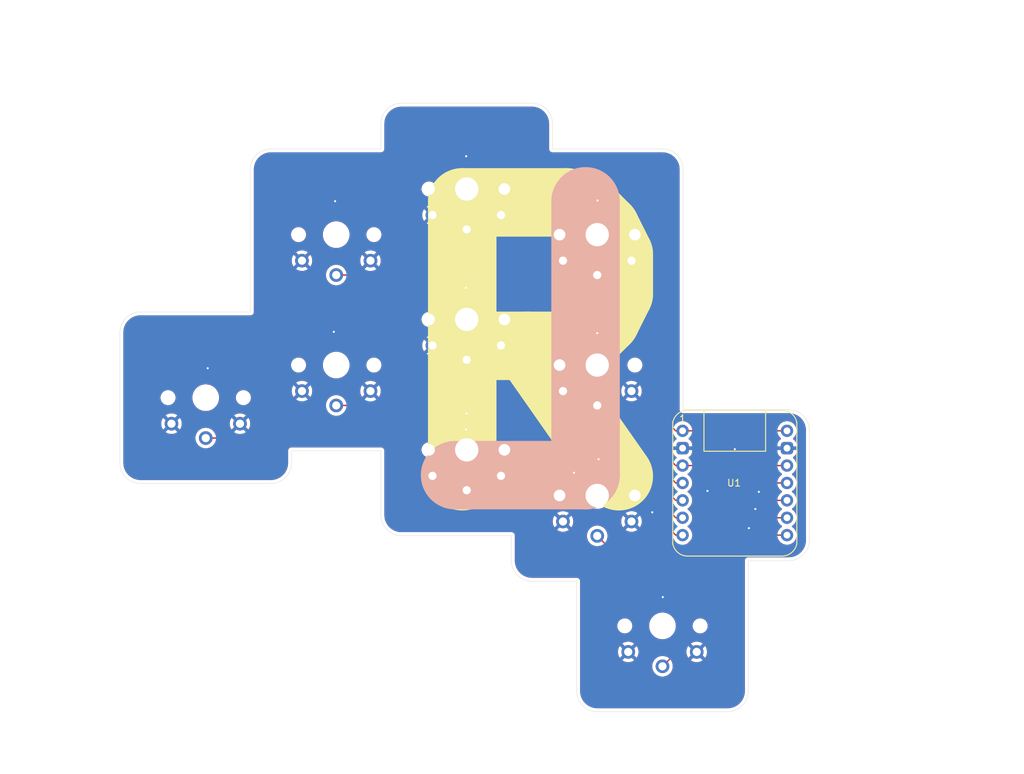
<source format=kicad_pcb>
(kicad_pcb (version 20241229) (generator "pcbnew") (generator_version "9.0")
  (layers (0 "F.Cu" signal) (2 "B.Cu" signal) (13 "F.Paste" user) (15 "B.Paste" user) (5 "F.SilkS" user "F.Silkscreen") (7 "B.SilkS" user "B.Silkscreen") (1 "F.Mask" user) (3 "B.Mask" user) (25 "Edge.Cuts" user))
  (net 0 "")
  (net 1 "GND")
  (net 2 "1")
  (net 3 "2")
  (net 4 "3")
  (net 5 "4")
  (net 6 "5")
  (net 7 "6")
  (net 8 "7")
  (net 9 "8")
  (net 10 "9")
  (net 11 "10")
  (footprint "marbastlib-xp-choc:SW_choc_Reversible_1u" (layer "F.Cu") (at 105.650638 89.43556)
    (property "Reference" "CH9" (hide yes))
    (property "Value" "choc_v1_SW_solder")
    (pad "" np_thru_hole circle (at -5.5 0 180) (size 1.7 1.7) (drill 1.7) (layers "*.Cu" "*.Mask"))
    (pad "" np_thru_hole circle (at 0 0 180) (size 3.4 3.4) (drill 3.4) (layers "*.Cu" "*.Mask"))
    (pad "" np_thru_hole circle (at 5.5 0 180) (size 1.7 1.7) (drill 1.7) (layers "*.Cu" "*.Mask"))
    (pad "1" thru_hole circle (at -5 3.8 180) (size 2 2) (drill 1.2) (layers "*.Cu" "*.Mask") (net 1 "GND"))
    (pad "1" thru_hole circle (at 5 3.8) (size 2 2) (drill 1.2) (layers "*.Cu" "*.Mask") (net 1 "GND"))
    (pad "2" thru_hole circle (at 0 5.9 180) (size 2 2) (drill 1.2) (layers "*.Cu" "*.Mask") (net 10 "9"))
  )
  (footprint "marbastlib-xp-choc:SW_choc_Reversible_1u" (layer "F.Cu") (at 86.600638 82.768061)
    (property "Reference" "CH8" (hide yes))
    (property "Value" "choc_v1_SW_solder")
    (pad "" np_thru_hole circle (at -5.5 0 180) (size 1.7 1.7) (drill 1.7) (layers "*.Cu" "*.Mask"))
    (pad "" np_thru_hole circle (at 0 0 180) (size 3.4 3.4) (drill 3.4) (layers "*.Cu" "*.Mask"))
    (pad "" np_thru_hole circle (at 5.5 0 180) (size 1.7 1.7) (drill 1.7) (layers "*.Cu" "*.Mask"))
    (pad "1" thru_hole circle (at -5 3.8 180) (size 2 2) (drill 1.2) (layers "*.Cu" "*.Mask") (net 1 "GND"))
    (pad "1" thru_hole circle (at 5 3.8) (size 2 2) (drill 1.2) (layers "*.Cu" "*.Mask") (net 1 "GND"))
    (pad "2" thru_hole circle (at 0 5.9 180) (size 2 2) (drill 1.2) (layers "*.Cu" "*.Mask") (net 9 "8"))
  )
  (footprint "marbastlib-xp-promicroish:Xiao_nRF52840_AH_Pogo_1" (layer "F.Cu") (at 125.730001 87.606251)
    (property "Reference" "U1" (at 0.989999 0 0) (layer "F.SilkS") (effects (justify right)))
    (property "Value" "Seeeduino Xiao nRF52840" (hide yes))
    (fp_line (start -9.055742 8.864239) (end -9.055742 -8.816738) (stroke (width 0.15)) (layer "F.SilkS"))
    (fp_line (start -6.890001 -10.63) (end 6.889999 -10.63) (stroke (width 0.15)) (layer "F.SilkS"))
    (fp_line (start -4.500881 -4.6355) (end -4.500881 -10.63) (stroke (width 0.15)) (layer "F.SilkS"))
    (fp_line (start 4.500879 -4.6355) (end -4.500881 -4.6355) (stroke (width 0.15)) (layer "F.SilkS"))
    (fp_line (start 4.500879 -4.6355) (end 4.500879 -10.63) (stroke (width 0.15)) (layer "F.SilkS"))
    (fp_line (start 6.889999 10.6775) (end -6.890001 10.6775) (stroke (width 0.15)) (layer "F.SilkS"))
    (fp_line (start 9.05574 -8.816738) (end 9.05574 8.864238) (stroke (width 0.15)) (layer "F.SilkS"))
    (fp_arc (start -9.055742 -8.816738) (mid -8.302299 -10.116834) (end -6.890001 -10.63) (stroke (width 0.15)) (layer "F.SilkS"))
    (fp_arc (start -6.89 10.6775) (mid -8.302299 10.164335) (end -9.055742 8.864239) (stroke (width 0.15)) (layer "F.SilkS"))
    (fp_arc (start 6.889999 -10.63) (mid 8.302298 -10.116835) (end 9.05574 -8.816738) (stroke (width 0.15)) (layer "F.SilkS"))
    (fp_arc (start 9.05574 8.864238) (mid 8.302298 10.164335) (end 6.889999 10.6775) (stroke (width 0.15)) (layer "F.SilkS"))
    (fp_text user "1" (at -7.62 -8.82 0) (layer "F.SilkS") (effects (justify bottom)))
    (pad "1" thru_hole circle (at -7.62 -7.62) (size 1.8 1.8) (drill 1) (layers "*.Cu" "*.Mask") (net 4 "3"))
    (pad "2" thru_hole roundrect (at -7.62 -5.08) (size 1.8 1.8) (drill 1) (layers "*.Cu" "*.Mask") (net 1 "GND"))
    (pad "3" thru_hole circle (at -7.62 -2.54) (size 1.8 1.8) (drill 1) (layers "*.Cu" "*.Mask") (net 2 "1"))
    (pad "4" thru_hole circle (at -7.62 0) (size 1.8 1.8) (drill 1) (layers "*.Cu" "*.Mask") (net 3 "2"))
    (pad "5" thru_hole circle (at -7.62 2.54) (size 1.8 1.8) (drill 1) (layers "*.Cu" "*.Mask") (net 7 "6"))
    (pad "6" thru_hole circle (at -7.62 5.08) (size 1.8 1.8) (drill 1) (layers "*.Cu" "*.Mask") (net 5 "4"))
    (pad "7" thru_hole circle (at -7.62 7.62) (size 1.8 1.8) (drill 1) (layers "*.Cu" "*.Mask") (net 6 "5"))
    (pad "8" thru_hole circle (at 7.62 -7.62 180) (size 1.8 1.8) (drill 1) (layers "*.Cu" "*.Mask") (net 4 "3"))
    (pad "9" thru_hole roundrect (at 7.62 -5.08 180) (size 1.8 1.8) (drill 1) (layers "*.Cu" "*.Mask") (net 1 "GND"))
    (pad "10" thru_hole circle (at 7.62 -2.54 180) (size 1.8 1.8) (drill 1) (layers "*.Cu" "*.Mask") (net 2 "1"))
    (pad "11" thru_hole circle (at 7.62 0 180) (size 1.8 1.8) (drill 1) (layers "*.Cu" "*.Mask") (net 8 "7"))
    (pad "12" thru_hole circle (at 7.62 2.54 180) (size 1.8 1.8) (drill 1) (layers "*.Cu" "*.Mask") (net 10 "9"))
    (pad "13" thru_hole circle (at 7.62 5.08) (size 1.8 1.8) (drill 1) (layers "*.Cu" "*.Mask") (net 9 "8"))
    (pad "14" thru_hole circle (at 7.62 7.62) (size 1.8 1.8) (drill 1) (layers "*.Cu" "*.Mask") (net 11 "10"))
  )
  (footprint "marbastlib-xp-choc:SW_choc_Reversible_1u" (layer "F.Cu") (at 115.175638 108.485561)
    (property "Reference" "CH10" (hide yes))
    (property "Value" "choc_v1_SW_solder")
    (pad "" np_thru_hole circle (at -5.5 0 180) (size 1.7 1.7) (drill 1.7) (layers "*.Cu" "*.Mask"))
    (pad "" np_thru_hole circle (at 0 0 180) (size 3.4 3.4) (drill 3.4) (layers "*.Cu" "*.Mask"))
    (pad "" np_thru_hole circle (at 5.5 0 180) (size 1.7 1.7) (drill 1.7) (layers "*.Cu" "*.Mask"))
    (pad "1" thru_hole circle (at -5 3.8 180) (size 2 2) (drill 1.2) (layers "*.Cu" "*.Mask") (net 1 "GND"))
    (pad "1" thru_hole circle (at 5 3.8) (size 2 2) (drill 1.2) (layers "*.Cu" "*.Mask") (net 1 "GND"))
    (pad "2" thru_hole circle (at 0 5.9 180) (size 2 2) (drill 1.2) (layers "*.Cu" "*.Mask") (net 11 "10"))
  )
  (footprint "marbastlib-xp-choc:SW_choc_Reversible_1u" (layer "F.Cu") (at 67.550638 70.385561)
    (property "Reference" "CH5" (hide yes))
    (property "Value" "choc_v1_SW_solder")
    (pad "" np_thru_hole circle (at -5.5 0 180) (size 1.7 1.7) (drill 1.7) (layers "*.Cu" "*.Mask"))
    (pad "" np_thru_hole circle (at 0 0 180) (size 3.4 3.4) (drill 3.4) (layers "*.Cu" "*.Mask"))
    (pad "" np_thru_hole circle (at 5.5 0 180) (size 1.7 1.7) (drill 1.7) (layers "*.Cu" "*.Mask"))
    (pad "1" thru_hole circle (at -5 3.8 180) (size 2 2) (drill 1.2) (layers "*.Cu" "*.Mask") (net 1 "GND"))
    (pad "1" thru_hole circle (at 5 3.8) (size 2 2) (drill 1.2) (layers "*.Cu" "*.Mask") (net 1 "GND"))
    (pad "2" thru_hole circle (at 0 5.9 180) (size 2 2) (drill 1.2) (layers "*.Cu" "*.Mask") (net 6 "5"))
  )
  (footprint "marbastlib-xp-choc:SW_choc_Reversible_1u" (layer "F.Cu") (at 67.550638 51.33556)
    (property "Reference" "CH2" (hide yes))
    (property "Value" "choc_v1_SW_solder")
    (pad "" np_thru_hole circle (at -5.5 0 180) (size 1.7 1.7) (drill 1.7) (layers "*.Cu" "*.Mask"))
    (pad "" np_thru_hole circle (at 0 0 180) (size 3.4 3.4) (drill 3.4) (layers "*.Cu" "*.Mask"))
    (pad "" np_thru_hole circle (at 5.5 0 180) (size 1.7 1.7) (drill 1.7) (layers "*.Cu" "*.Mask"))
    (pad "1" thru_hole circle (at -5 3.8 180) (size 2 2) (drill 1.2) (layers "*.Cu" "*.Mask") (net 1 "GND"))
    (pad "1" thru_hole circle (at 5 3.8) (size 2 2) (drill 1.2) (layers "*.Cu" "*.Mask") (net 1 "GND"))
    (pad "2" thru_hole circle (at 0 5.9 180) (size 2 2) (drill 1.2) (layers "*.Cu" "*.Mask") (net 3 "2"))
  )
  (footprint "marbastlib-xp-choc:SW_choc_Reversible_1u" (layer "F.Cu") (at 105.650639 70.385561)
    (property "Reference" "CH6" (hide yes))
    (property "Value" "choc_v1_SW_solder")
    (pad "" np_thru_hole circle (at -5.5 0 180) (size 1.7 1.7) (drill 1.7) (layers "*.Cu" "*.Mask"))
    (pad "" np_thru_hole circle (at 0 0 180) (size 3.4 3.4) (drill 3.4) (layers "*.Cu" "*.Mask"))
    (pad "" np_thru_hole circle (at 5.5 0 180) (size 1.7 1.7) (drill 1.7) (layers "*.Cu" "*.Mask"))
    (pad "1" thru_hole circle (at -5 3.8 180) (size 2 2) (drill 1.2) (layers "*.Cu" "*.Mask") (net 1 "GND"))
    (pad "1" thru_hole circle (at 5 3.8) (size 2 2) (drill 1.2) (layers "*.Cu" "*.Mask") (net 1 "GND"))
    (pad "2" thru_hole circle (at 0 5.9 180) (size 2 2) (drill 1.2) (layers "*.Cu" "*.Mask") (net 7 "6"))
  )
  (footprint "marbastlib-xp-choc:SW_choc_Reversible_1u" (layer "F.Cu") (at 105.650638 51.335561)
    (property "Reference" "CH3" (hide yes))
    (property "Value" "choc_v1_SW_solder")
    (pad "" np_thru_hole circle (at -5.5 0 180) (size 1.7 1.7) (drill 1.7) (layers "*.Cu" "*.Mask"))
    (pad "" np_thru_hole circle (at 0 0 180) (size 3.4 3.4) (drill 3.4) (layers "*.Cu" "*.Mask"))
    (pad "" np_thru_hole circle (at 5.5 0 180) (size 1.7 1.7) (drill 1.7) (layers "*.Cu" "*.Mask"))
    (pad "1" thru_hole circle (at -5 3.8 180) (size 2 2) (drill 1.2) (layers "*.Cu" "*.Mask") (net 1 "GND"))
    (pad "1" thru_hole circle (at 5 3.8) (size 2 2) (drill 1.2) (layers "*.Cu" "*.Mask") (net 1 "GND"))
    (pad "2" thru_hole circle (at 0 5.9 180) (size 2 2) (drill 1.2) (layers "*.Cu" "*.Mask") (net 4 "3"))
  )
  (footprint "marbastlib-xp-choc:SW_choc_Reversible_1u" (layer "F.Cu") (at 86.600638 63.718061)
    (property "Reference" "CH4" (hide yes))
    (property "Value" "choc_v1_SW_solder")
    (pad "" np_thru_hole circle (at -5.5 0 180) (size 1.7 1.7) (drill 1.7) (layers "*.Cu" "*.Mask"))
    (pad "" np_thru_hole circle (at 0 0 180) (size 3.4 3.4) (drill 3.4) (layers "*.Cu" "*.Mask"))
    (pad "" np_thru_hole circle (at 5.5 0 180) (size 1.7 1.7) (drill 1.7) (layers "*.Cu" "*.Mask"))
    (pad "1" thru_hole circle (at -5 3.8 180) (size 2 2) (drill 1.2) (layers "*.Cu" "*.Mask") (net 1 "GND"))
    (pad "1" thru_hole circle (at 5 3.8) (size 2 2) (drill 1.2) (layers "*.Cu" "*.Mask") (net 1 "GND"))
    (pad "2" thru_hole circle (at 0 5.9 180) (size 2 2) (drill 1.2) (layers "*.Cu" "*.Mask") (net 5 "4"))
  )
  (footprint "marbastlib-xp-choc:SW_choc_Reversible_1u" (layer "F.Cu") (at 48.500638 75.148061)
    (property "Reference" "CH7" (hide yes))
    (property "Value" "choc_v1_SW_solder")
    (pad "" np_thru_hole circle (at -5.5 0 180) (size 1.7 1.7) (drill 1.7) (layers "*.Cu" "*.Mask"))
    (pad "" np_thru_hole circle (at 0 0 180) (size 3.4 3.4) (drill 3.4) (layers "*.Cu" "*.Mask"))
    (pad "" np_thru_hole circle (at 5.5 0 180) (size 1.7 1.7) (drill 1.7) (layers "*.Cu" "*.Mask"))
    (pad "1" thru_hole circle (at -5 3.8 180) (size 2 2) (drill 1.2) (layers "*.Cu" "*.Mask") (net 1 "GND"))
    (pad "1" thru_hole circle (at 5 3.8) (size 2 2) (drill 1.2) (layers "*.Cu" "*.Mask") (net 1 "GND"))
    (pad "2" thru_hole circle (at 0 5.9 180) (size 2 2) (drill 1.2) (layers "*.Cu" "*.Mask") (net 8 "7"))
  )
  (footprint "marbastlib-xp-choc:SW_choc_Reversible_1u" (layer "F.Cu") (at 86.600638 44.668061)
    (property "Reference" "CH1" (hide yes))
    (property "Value" "choc_v1_SW_solder")
    (pad "" np_thru_hole circle (at -5.5 0 180) (size 1.7 1.7) (drill 1.7) (layers "*.Cu" "*.Mask"))
    (pad "" np_thru_hole circle (at 0 0 180) (size 3.4 3.4) (drill 3.4) (layers "*.Cu" "*.Mask"))
    (pad "" np_thru_hole circle (at 5.5 0 180) (size 1.7 1.7) (drill 1.7) (layers "*.Cu" "*.Mask"))
    (pad "1" thru_hole circle (at -5 3.8 180) (size 2 2) (drill 1.2) (layers "*.Cu" "*.Mask") (net 1 "GND"))
    (pad "1" thru_hole circle (at 5 3.8) (size 2 2) (drill 1.2) (layers "*.Cu" "*.Mask") (net 1 "GND"))
    (pad "2" thru_hole circle (at 0 5.9 180) (size 2 2) (drill 1.2) (layers "*.Cu" "*.Mask") (net 2 "1"))
  )
  (gr_arc (start 96.125638 101.96056) (mid 94.004318 101.08188) (end 93.125638 98.96056) (stroke (width 0.05)) (layer "Edge.Cuts"))
  (gr_line (start 99.125638 35.143061) (end 99.125638 38.810001) (stroke (width 0.05)) (layer "Edge.Cuts"))
  (gr_line (start 102.650638 101.96056) (end 102.650638 118.01056) (stroke (width 0.05)) (layer "Edge.Cuts"))
  (gr_arc (start 55.025638 41.81056) (mid 55.904318 39.68924) (end 58.025638 38.81056) (stroke (width 0.05)) (layer "Edge.Cuts"))
  (gr_line (start 55.025638 41.81056) (end 55.025638 62.623061) (stroke (width 0.05)) (layer "Edge.Cuts"))
  (gr_line (start 124.700638 121.010561) (end 105.650638 121.010561) (stroke (width 0.05)) (layer "Edge.Cuts"))
  (gr_arc (start 38.975638 87.673061) (mid 36.854318 86.794381) (end 35.975638 84.673061) (stroke (width 0.05)) (layer "Edge.Cuts"))
  (gr_line (start 93.125638 98.96056) (end 93.125638 95.293061) (stroke (width 0.05)) (layer "Edge.Cuts"))
  (gr_arc (start 74.075638 35.143061) (mid 74.954318 33.021741) (end 77.075638 32.143061) (stroke (width 0.05)) (layer "Edge.Cuts"))
  (gr_line (start 74.075638 35.14306) (end 74.075638 38.81056) (stroke (width 0.05)) (layer "Edge.Cuts"))
  (gr_line (start 58.02564 38.81056) (end 74.075638 38.81056) (stroke (width 0.05)) (layer "Edge.Cuts"))
  (gr_line (start 118.175638 41.810561) (end 118.175638 76.91) (stroke (width 0.05)) (layer "Edge.Cuts"))
  (gr_arc (start 127.700638 118.010561) (mid 126.821958 120.131881) (end 124.700638 121.010561) (stroke (width 0.05)) (layer "Edge.Cuts"))
  (gr_arc (start 35.975638 65.623061) (mid 36.854318 63.501741) (end 38.975638 62.623061) (stroke (width 0.05)) (layer "Edge.Cuts"))
  (gr_line (start 38.97564 62.623061) (end 55.025638 62.623061) (stroke (width 0.05)) (layer "Edge.Cuts"))
  (gr_line (start 115.175638 38.810001) (end 99.125638 38.810001) (stroke (width 0.05)) (layer "Edge.Cuts"))
  (gr_arc (start 61.025638 84.673061) (mid 60.146958 86.794381) (end 58.025638 87.673061) (stroke (width 0.05)) (layer "Edge.Cuts"))
  (gr_line (start 96.12564 101.96056) (end 102.650638 101.96056) (stroke (width 0.05)) (layer "Edge.Cuts"))
  (gr_line (start 118.175638 76.91) (end 133.62 76.91) (stroke (width 0.05)) (layer "Edge.Cuts"))
  (gr_arc (start 115.175638 38.81) (mid 117.297355 39.688844) (end 118.176199 41.810561) (stroke (width 0.05)) (layer "Edge.Cuts"))
  (gr_line (start 77.07564 95.293061) (end 93.125638 95.293061) (stroke (width 0.05)) (layer "Edge.Cuts"))
  (gr_line (start 58.025638 87.673061) (end 38.975638 87.673061) (stroke (width 0.05)) (layer "Edge.Cuts"))
  (gr_line (start 127.700638 118.010561) (end 127.700638 98.960561) (stroke (width 0.05)) (layer "Edge.Cuts"))
  (gr_arc (start 133.62 76.91) (mid 135.74132 77.78868) (end 136.62 79.91) (stroke (width 0.05)) (layer "Edge.Cuts"))
  (gr_line (start 127.700638 98.960561) (end 133.62 98.960561) (stroke (width 0.05)) (layer "Edge.Cuts"))
  (gr_arc (start 96.125638 32.143061) (mid 98.246958 33.021741) (end 99.125638 35.143061) (stroke (width 0.05)) (layer "Edge.Cuts"))
  (gr_line (start 74.075638 92.29306) (end 74.075638 82.910561) (stroke (width 0.05)) (layer "Edge.Cuts"))
  (gr_line (start 136.62 79.91) (end 136.62 95.9606) (stroke (width 0.05)) (layer "Edge.Cuts"))
  (gr_line (start 61.025638 82.910561) (end 74.075638 82.910561) (stroke (width 0.05)) (layer "Edge.Cuts"))
  (gr_arc (start 136.62 95.960561) (mid 135.74132 98.081881) (end 133.62 98.960561) (stroke (width 0.05)) (layer "Edge.Cuts"))
  (gr_line (start 61.025638 84.67306) (end 61.025638 82.910561) (stroke (width 0.05)) (layer "Edge.Cuts"))
  (gr_arc (start 77.075638 95.293061) (mid 74.954318 94.414381) (end 74.075638 92.293061) (stroke (width 0.05)) (layer "Edge.Cuts"))
  (gr_line (start 77.075638 32.143061) (end 96.125638 32.143061) (stroke (width 0.05)) (layer "Edge.Cuts"))
  (gr_arc (start 105.650638 121.010561) (mid 103.529318 120.131881) (end 102.650638 118.010561) (stroke (width 0.05)) (layer "Edge.Cuts"))
  (gr_line (start 35.975638 84.673061) (end 35.975638 65.623061) (stroke (width 0.05)) (layer "Edge.Cuts"))
  (gr_text "R" (at 69.84 92.04 0) (layer "F.SilkS") (effects (font (size 40 40) (thickness 10) (bold yes)) (justify left bottom)))
  (gr_text "L" (at 120.05 91.88 0) (layer "B.SilkS") (effects (font (size 40 40) (thickness 10) (bold yes)) (justify left bottom mirror)))
  (via (at 129.24 88.9) (size 0.6) (drill 0.3) (layers "F.Cu" "B.Cu") (net 1))
  (via (at 121.74 88.77) (size 0.6) (drill 0.3) (layers "F.Cu" "B.Cu") (net 1))
  (via (at 125.73 82.68) (size 0.6) (drill 0.3) (layers "F.Cu" "B.Cu") (net 1))
  (via (at 105.7 46.35) (size 0.6) (drill 0.3) (layers "F.Cu" "B.Cu") (net 1))
  (via (at 128.73 91.41) (size 0.6) (drill 0.3) (layers "F.Cu" "B.Cu") (net 1))
  (via (at 127.79 94.21) (size 0.6) (drill 0.3) (layers "F.Cu" "B.Cu") (net 1))
  (via (at 105.84 84.13) (size 0.6) (drill 0.3) (layers "F.Cu" "B.Cu") (net 1))
  (via (at 67.39 46.45) (size 0.6) (drill 0.3) (layers "F.Cu" "B.Cu") (net 1))
  (via (at 86.52 39.88) (size 0.6) (drill 0.3) (layers "F.Cu" "B.Cu") (net 1))
  (via (at 113.68 91.89) (size 0.6) (drill 0.3) (layers "F.Cu" "B.Cu") (net 1))
  (via (at 115.22 104.28) (size 0.6) (drill 0.3) (layers "F.Cu" "B.Cu") (net 1))
  (via (at 102.27 86.11) (size 0.6) (drill 0.3) (layers "F.Cu" "B.Cu") (net 1))
  (via (at 48.79 70.85) (size 0.6) (drill 0.3) (layers "F.Cu" "B.Cu") (net 1))
  (via (at 67.2 65.53) (size 0.6) (drill 0.3) (layers "F.Cu" "B.Cu") (net 1))
  (via (at 86.47 79.78) (size 0.6) (drill 0.3) (layers "F.Cu" "B.Cu") (net 1))
  (via (at 86.57 77.46) (size 0.6) (drill 0.3) (layers "F.Cu" "B.Cu") (net 1))
  (via (at 105.65 65.72) (size 0.6) (drill 0.3) (layers "F.Cu" "B.Cu") (net 1))
  (via (at 86.47 59.11) (size 0.6) (drill 0.3) (layers "F.Cu" "B.Cu") (net 1))
  (segment (start 96.372577 60.34) (end 108.187977 60.34) (width 0.2) (layer "F.Cu") (net 2))
  (segment (start 86.600638 50.568061) (end 96.372577 60.34) (width 0.2) (layer "F.Cu") (net 2))
  (segment (start 108.187977 60.34) (end 113.609 65.761023) (width 0.2) (layer "F.Cu") (net 2))
  (segment (start 117.110001 85.066251) (end 133.350001 85.066251) (width 0.2) (layer "F.Cu") (net 2))
  (segment (start 113.609 65.761023) (end 113.609 66.319) (width 0.2) (layer "F.Cu") (net 2))
  (segment (start 113.62 66.33) (end 113.62 81.57625) (width 0.2) (layer "F.Cu") (net 2))
  (segment (start 113.609 66.319) (end 113.62 66.33) (width 0.2) (layer "F.Cu") (net 2))
  (segment (start 113.62 81.57625) (end 117.110001 85.066251) (width 0.2) (layer "F.Cu") (net 2))
  (segment (start 113.18 65.899123) (end 113.18 83.67625) (width 0.2) (layer "F.Cu") (net 3))
  (segment (start 67.550638 57.23556) (end 92.09556 57.23556) (width 0.2) (layer "F.Cu") (net 3))
  (segment (start 92.09556 57.23556) (end 95.95 61.09) (width 0.2) (layer "F.Cu") (net 3))
  (segment (start 113.18 83.67625) (end 117.110001 87.606251) (width 0.2) (layer "F.Cu") (net 3))
  (segment (start 108.370877 61.09) (end 113.18 65.899123) (width 0.2) (layer "F.Cu") (net 3))
  (segment (start 95.95 61.09) (end 108.370877 61.09) (width 0.2) (layer "F.Cu") (net 3))
  (segment (start 117.110001 87.606251) (end 118.110001 87.606251) (width 0.2) (layer "F.Cu") (net 3))
  (segment (start 114.021 76.89725) (end 117.110001 79.986251) (width 0.2) (layer "F.Cu") (net 4))
  (segment (start 105.650638 57.235561) (end 114.01 65.594923) (width 0.2) (layer "F.Cu") (net 4))
  (segment (start 114.021 66.1639) (end 114.021 76.89725) (width 0.2) (layer "F.Cu") (net 4))
  (segment (start 114.01 66.1529) (end 114.021 66.1639) (width 0.2) (layer "F.Cu") (net 4))
  (segment (start 117.110001 79.986251) (end 133.350001 79.986251) (width 0.2) (layer "F.Cu") (net 4))
  (segment (start 114.01 65.594923) (end 114.01 66.1529) (width 0.2) (layer "F.Cu") (net 4))
  (segment (start 97.981577 80.999) (end 105.42275 80.999) (width 0.2) (layer "F.Cu") (net 5))
  (segment (start 105.42275 80.999) (end 117.110001 92.686251) (width 0.2) (layer "F.Cu") (net 5))
  (segment (start 86.600638 69.618061) (end 97.981577 80.999) (width 0.2) (layer "F.Cu") (net 5))
  (segment (start 117.110001 92.686251) (end 118.110001 92.686251) (width 0.2) (layer "F.Cu") (net 5))
  (segment (start 117.110001 95.226251) (end 115.19 93.30625) (width 0.2) (layer "F.Cu") (net 6))
  (segment (start 97.815477 81.4) (end 92.701038 76.285561) (width 0.2) (layer "F.Cu") (net 6))
  (segment (start 115.19 93.30625) (end 115.19 91.33335) (width 0.2) (layer "F.Cu") (net 6))
  (segment (start 115.19 91.33335) (end 105.25665 81.4) (width 0.2) (layer "F.Cu") (net 6))
  (segment (start 105.25665 81.4) (end 97.815477 81.4) (width 0.2) (layer "F.Cu") (net 6))
  (segment (start 118.110001 95.226251) (end 117.110001 95.226251) (width 0.2) (layer "F.Cu") (net 6))
  (segment (start 92.701038 76.285561) (end 67.550638 76.285561) (width 0.2) (layer "F.Cu") (net 6))
  (segment (start 117.110001 90.146251) (end 118.110001 90.146251) (width 0.2) (layer "F.Cu") (net 7))
  (segment (start 105.650639 78.686889) (end 117.110001 90.146251) (width 0.2) (layer "F.Cu") (net 7))
  (segment (start 105.650639 76.285561) (end 105.650639 78.686889) (width 0.2) (layer "F.Cu") (net 7))
  (segment (start 116.67 96.93) (end 118.46 96.93) (width 0.2) (layer "F.Cu") (net 8))
  (segment (start 94.278377 78.43) (end 97.649377 81.801) (width 0.2) (layer "F.Cu") (net 8))
  (segment (start 48.500638 81.048061) (end 55.491939 81.048061) (width 0.2) (layer "F.Cu") (net 8))
  (segment (start 118.46 96.93) (end 127.783749 87.606251) (width 0.2) (layer "F.Cu") (net 8))
  (segment (start 97.649377 81.801) (end 101.541 81.801) (width 0.2) (layer "F.Cu") (net 8))
  (segment (start 127.783749 87.606251) (end 133.350001 87.606251) (width 0.2) (layer "F.Cu") (net 8))
  (segment (start 55.491939 81.048061) (end 58.11 78.43) (width 0.2) (layer "F.Cu") (net 8))
  (segment (start 58.11 78.43) (end 94.278377 78.43) (width 0.2) (layer "F.Cu") (net 8))
  (segment (start 101.541 81.801) (end 116.67 96.93) (width 0.2) (layer "F.Cu") (net 8))
  (segment (start 86.600638 88.668061) (end 92.698061 88.668061) (width 0.2) (layer "F.Cu") (net 9))
  (segment (start 92.698061 88.668061) (end 101.761 97.731) (width 0.2) (layer "F.Cu") (net 9))
  (segment (start 116.3378 97.732) (end 118.7922 97.732) (width 0.2) (layer "F.Cu") (net 9))
  (segment (start 101.761 97.731) (end 116.3368 97.731) (width 0.2) (layer "F.Cu") (net 9))
  (segment (start 118.7922 97.732) (end 123.837949 92.686251) (width 0.2) (layer "F.Cu") (net 9))
  (segment (start 116.3368 97.731) (end 116.3378 97.732) (width 0.2) (layer "F.Cu") (net 9))
  (segment (start 123.837949 92.686251) (end 133.350001 92.686251) (width 0.2) (layer "F.Cu") (net 9))
  (segment (start 116.5039 97.331) (end 118.6261 97.331) (width 0.2) (layer "F.Cu") (net 10))
  (segment (start 118.6261 97.331) (end 125.810849 90.146251) (width 0.2) (layer "F.Cu") (net 10))
  (segment (start 107.645078 97.33) (end 116.5029 97.33) (width 0.2) (layer "F.Cu") (net 10))
  (segment (start 105.650638 95.33556) (end 107.645078 97.33) (width 0.2) (layer "F.Cu") (net 10))
  (segment (start 116.5029 97.33) (end 116.5039 97.331) (width 0.2) (layer "F.Cu") (net 10))
  (segment (start 125.810849 90.146251) (end 133.350001 90.146251) (width 0.2) (layer "F.Cu") (net 10))
  (segment (start 115.175638 114.385561) (end 118.29 111.271199) (width 0.2) (layer "F.Cu") (net 11))
  (segment (start 118.29 111.271199) (end 118.29 98.84) (width 0.2) (layer "F.Cu") (net 11))
  (segment (start 118.29 98.84) (end 121.903749 95.226251) (width 0.2) (layer "F.Cu") (net 11))
  (segment (start 121.903749 95.226251) (end 133.350001 95.226251) (width 0.2) (layer "F.Cu") (net 11))
  (zone (net 1) (net_name "GND") (layers "F.Cu" "B.Cu") (connect_pads (clearance 0.5)) (min_thickness 0.25) (fill yes (thermal_gap 0.5) (thermal_bridge_width 0.5))
    (polygon (pts (xy 18.47 130.12) (xy 167.97 130.12) (xy 167.97 17.1) (xy 167.93 17.06) (xy 18.48 17.06) (xy 18.47 17.07)))
  )
)
</source>
